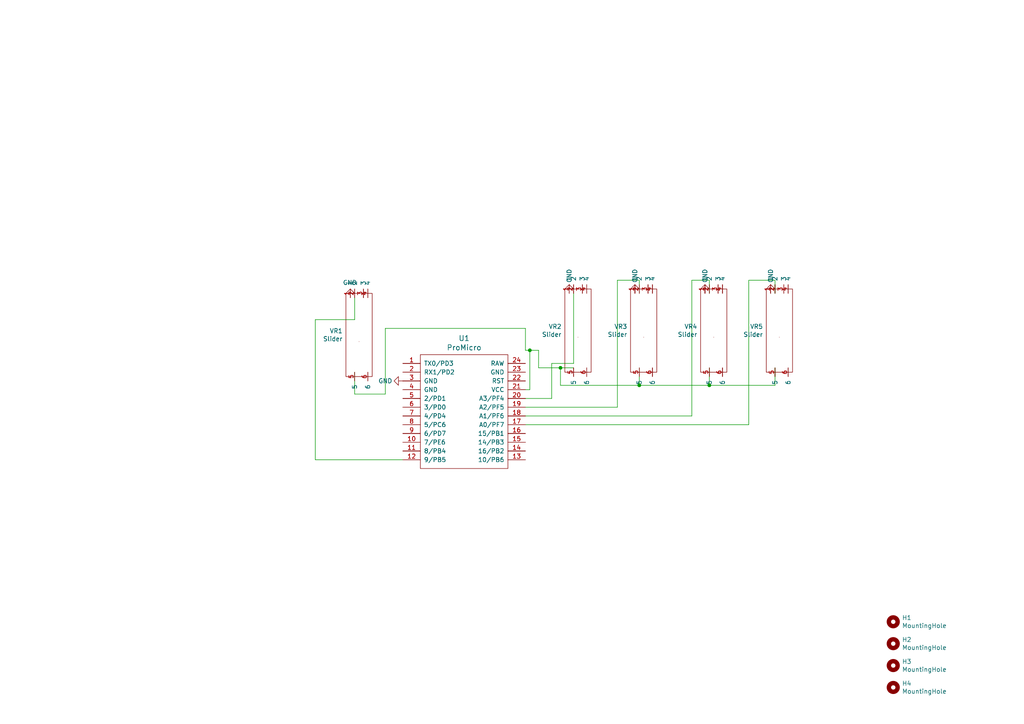
<source format=kicad_sch>
(kicad_sch (version 20230121) (generator eeschema)
  (paper "A4")
  (lib_symbols
    (symbol "Mechanical:MountingHole" (pin_names (offset 1.016))
      (property "Reference" "H" (at 0 5.08 0))
      (property "Value" "MountingHole" (at 0 3.175 0))
      (symbol "MountingHole_0_1"
        (circle (center 0 0) (radius 1.27) (stroke (width 1.27)))
      )
    )
    (symbol "latest Auro-deej-rescue:ProMicro-keebio" (pin_names (offset 1.016))
      (property "Reference" "U" (at 0 0 0))
      (property "Value" "keebio_ProMicro" (at 0 -19.05 0))
      (symbol "ProMicro-keebio_0_1"
        (rectangle (start -12.7 -16.51) (end 12.7 16.51))
      )
      (symbol "ProMicro-keebio_1_1"
        (pin input line (at -17.78 13.97 0) (length 5.08) (name "TX0/PD3") (number "1"))
        (pin input line (at -17.78 -8.89 0) (length 5.08) (name "7/PE6") (number "10"))
        (pin input line (at -17.78 -11.43 0) (length 5.08) (name "8/PB4") (number "11"))
        (pin input line (at -17.78 -13.97 0) (length 5.08) (name "9/PB5") (number "12"))
        (pin input line (at 17.78 -13.97 180) (length 5.08) (name "10/PB6") (number "13"))
        (pin input line (at 17.78 -11.43 180) (length 5.08) (name "16/PB2") (number "14"))
        (pin input line (at 17.78 -8.89 180) (length 5.08) (name "14/PB3") (number "15"))
        (pin input line (at 17.78 -6.35 180) (length 5.08) (name "15/PB1") (number "16"))
        (pin input line (at 17.78 -3.81 180) (length 5.08) (name "A0/PF7") (number "17"))
        (pin input line (at 17.78 -1.27 180) (length 5.08) (name "A1/PF6") (number "18"))
        (pin input line (at 17.78 1.27 180) (length 5.08) (name "A2/PF5") (number "19"))
        (pin input line (at -17.78 11.43 0) (length 5.08) (name "RX1/PD2") (number "2"))
        (pin input line (at 17.78 3.81 180) (length 5.08) (name "A3/PF4") (number "20"))
        (pin input line (at 17.78 6.35 180) (length 5.08) (name "VCC") (number "21"))
        (pin input line (at 17.78 8.89 180) (length 5.08) (name "RST") (number "22"))
        (pin input line (at 17.78 11.43 180) (length 5.08) (name "GND") (number "23"))
        (pin input line (at 17.78 13.97 180) (length 5.08) (name "RAW") (number "24"))
        (pin input line (at -17.78 8.89 0) (length 5.08) (name "GND") (number "3"))
        (pin input line (at -17.78 6.35 0) (length 5.08) (name "GND") (number "4"))
        (pin input line (at -17.78 3.81 0) (length 5.08) (name "2/PD1") (number "5"))
        (pin input line (at -17.78 1.27 0) (length 5.08) (name "3/PD0") (number "6"))
        (pin input line (at -17.78 -1.27 0) (length 5.08) (name "4/PD4") (number "7"))
        (pin input line (at -17.78 -3.81 0) (length 5.08) (name "5/PC6") (number "8"))
        (pin input line (at -17.78 -6.35 0) (length 5.08) (name "6/PD7") (number "9"))
      )
    )
    (symbol "power:GND" (power) (pin_names (offset 0))
      (property "Value" "GND" (at 0 -3.81 0))
      (symbol "GND_0_1"
        (polyline (pts (xy 0 0) (xy 0 -1.27) (xy 1.27 -1.27) (xy 0 -2.54) (xy -1.27 -1.27) (xy 0 -1.27)))
      )
      (symbol "GND_1_1"
        (pin power_in line (at 0 0 270) (length 0) hide (name "GND") (number "1"))
      )
    )
    (symbol "slider-deej:Slider" (pin_names (offset 1.016))
      (property "Reference" "VR" (at 5.08 -1.27 0))
      (property "Value" "Slider" (at -12.7 -7.62 0))
      (symbol "Slider_0_1"
        (rectangle (start 7.62 -1.27) (end 15.24 -25.4))
        (rectangle (start 11.43 -11.43) (end 11.43 -11.43))
      )
      (symbol "Slider_1_1"
        (pin input line (at 8.89 -24.13 270) (length 2.54) (name "1") (number "1"))
        (pin output line (at 10.16 -24.13 270) (length 2.54) (name "2") (number "2"))
        (pin input line (at 12.7 -24.13 270) (length 2.54) (name "3") (number "3"))
        (pin output line (at 13.97 -24.13 270) (length 2.54) (name "4") (number "4"))
        (pin input line (at 10.16 -2.54 90) (length 2.54) (name "5") (number "5"))
        (pin input line (at 13.97 -2.54 90) (length 2.54) (name "6") (number "6"))
      )
    )
  )
  (junction (at 185.42 111.76))
  (junction (at 153.67 101.6))
  (junction (at 162.56 106.68))
  (junction (at 205.74 111.76))
  (wire (pts (xy 102.87 92.71) (xy 91.44 92.71)))
  (wire (pts (xy 179.07 81.28) (xy 185.42 81.28)))
  (wire (pts (xy 217.17 81.28) (xy 224.79 81.28)))
  (wire (pts (xy 156.21 106.68) (xy 156.21 101.6)))
  (wire (pts (xy 111.76 114.3) (xy 111.76 95.25)))
  (wire (pts (xy 205.74 106.68) (xy 205.74 111.76)))
  (wire (pts (xy 200.66 81.28) (xy 205.74 81.28)))
  (wire (pts (xy 166.37 105.41) (xy 160.02 105.41)))
  (wire (pts (xy 166.37 106.68) (xy 162.56 106.68)))
  (wire (pts (xy 162.56 106.68) (xy 156.21 106.68)))
  (wire (pts (xy 162.56 111.76) (xy 162.56 106.68)))
  (wire (pts (xy 185.42 106.68) (xy 185.42 111.76)))
  (wire (pts (xy 205.74 81.28) (xy 205.74 85.09)))
  (wire (pts (xy 166.37 85.09) (xy 166.37 105.41)))
  (wire (pts (xy 152.4 123.19) (xy 217.17 123.19)))
  (wire (pts (xy 102.87 107.95) (xy 102.87 114.3)))
  (wire (pts (xy 91.44 92.71) (xy 91.44 133.35)))
  (wire (pts (xy 160.02 115.57) (xy 152.4 115.57)))
  (wire (pts (xy 111.76 95.25) (xy 152.4 95.25)))
  (wire (pts (xy 102.87 114.3) (xy 111.76 114.3)))
  (wire (pts (xy 102.87 86.36) (xy 102.87 92.71)))
  (wire (pts (xy 205.74 111.76) (xy 185.42 111.76)))
  (wire (pts (xy 217.17 123.19) (xy 217.17 81.28)))
  (wire (pts (xy 153.67 101.6) (xy 152.4 101.6)))
  (wire (pts (xy 152.4 118.11) (xy 179.07 118.11)))
  (wire (pts (xy 224.79 106.68) (xy 224.79 111.76)))
  (wire (pts (xy 179.07 118.11) (xy 179.07 81.28)))
  (wire (pts (xy 200.66 120.65) (xy 200.66 81.28)))
  (wire (pts (xy 224.79 81.28) (xy 224.79 85.09)))
  (wire (pts (xy 160.02 105.41) (xy 160.02 115.57)))
  (wire (pts (xy 185.42 111.76) (xy 162.56 111.76)))
  (wire (pts (xy 153.67 101.6) (xy 153.67 113.03)))
  (wire (pts (xy 224.79 111.76) (xy 205.74 111.76)))
  (wire (pts (xy 152.4 95.25) (xy 152.4 101.6)))
  (wire (pts (xy 156.21 101.6) (xy 153.67 101.6)))
  (wire (pts (xy 91.44 133.35) (xy 116.84 133.35)))
  (wire (pts (xy 152.4 113.03) (xy 153.67 113.03)))
  (wire (pts (xy 152.4 120.65) (xy 200.66 120.65)))
  (wire (pts (xy 185.42 81.28) (xy 185.42 85.09)))
  (symbol (lib_id "power:GND") (at 116.84 110.49 270) (unit 1)
    (property "Reference" "#PWR02" (effects hide))
    (property "Value" "GND" (at 111.76 110.49 90))
  )
  (symbol (lib_id "power:GND") (at 204.47 85.09 180) (unit 1)
    (property "Reference" "#PWR05" (effects hide))
    (property "Value" "GND" (at 204.47 80.01 90))
  )
  (symbol (lib_id "power:GND") (at 101.6 86.36 180) (unit 1)
    (property "Reference" "#PWR01" (effects hide))
    (property "Value" "GND" (at 101.473 81.9658 0))
  )
  (symbol (lib_id "slider-deej:Slider") (at 214.63 109.22 0) (mirror x) (unit 1)
    (property "Reference" "VR5" (at 221.3102 94.7166 0) (effects (justify right)))
    (property "Value" "Slider" (at 221.3102 97.028 0) (effects (justify right)))
    (property "Footprint" "Auro-deej:Fdeej-slider" (effects hide))
  )
  (symbol (lib_id "Mechanical:MountingHole") (at 259.08 186.69 0) (unit 1)
    (property "Reference" "H2" (at 261.62 185.5216 0) (effects (justify left)))
    (property "Value" "MountingHole" (at 261.62 187.833 0) (effects (justify left)))
    (property "Footprint" "MountingHole:MountingHole_4.3mm_M4_ISO7380" (effects hide))
  )
  (symbol (lib_id "power:GND") (at 184.15 85.09 180) (unit 1)
    (property "Reference" "#PWR04" (effects hide))
    (property "Value" "GND" (at 184.15 80.01 90))
  )
  (symbol (lib_id "power:GND") (at 223.52 85.09 180) (unit 1)
    (property "Reference" "#PWR06" (effects hide))
    (property "Value" "GND" (at 223.52 80.01 90))
  )
  (symbol (lib_id "power:GND") (at 165.1 85.09 180) (unit 1)
    (property "Reference" "#PWR03" (effects hide))
    (property "Value" "GND" (at 165.1 80.01 90))
  )
  (symbol (lib_id "Mechanical:MountingHole") (at 259.08 193.04 0) (unit 1)
    (property "Reference" "H3" (at 261.62 191.8716 0) (effects (justify left)))
    (property "Value" "MountingHole" (at 261.62 194.183 0) (effects (justify left)))
    (property "Footprint" "MountingHole:MountingHole_4.3mm_M4_ISO7380" (effects hide))
  )
  (symbol (lib_id "slider-deej:Slider") (at 156.21 109.22 0) (mirror x) (unit 1)
    (property "Reference" "VR2" (at 162.8902 94.7166 0) (effects (justify right)))
    (property "Value" "Slider" (at 162.8902 97.028 0) (effects (justify right)))
    (property "Footprint" "Auro-deej:Fdeej-slider" (effects hide))
  )
  (symbol (lib_id "slider-deej:Slider") (at 92.71 110.49 0) (mirror x) (unit 1)
    (property "Reference" "VR1" (at 99.3902 95.9866 0) (effects (justify right)))
    (property "Value" "Slider" (at 99.3902 98.298 0) (effects (justify right)))
    (property "Footprint" "Auro-deej:Fdeej-slider" (effects hide))
  )
  (symbol (lib_id "slider-deej:Slider") (at 175.26 109.22 0) (mirror x) (unit 1)
    (property "Reference" "VR3" (at 181.9402 94.7166 0) (effects (justify right)))
    (property "Value" "Slider" (at 181.9402 97.028 0) (effects (justify right)))
    (property "Footprint" "Auro-deej:Fdeej-slider" (effects hide))
  )
  (symbol (lib_id "latest Auro-deej-rescue:ProMicro-keebio") (at 134.62 119.38 0) (unit 1)
    (property "Reference" "U1" (at 134.62 98.1202 0) (effects (font (size 1.524 1.524))))
    (property "Value" "ProMicro" (at 134.62 100.8126 0) (effects (font (size 1.524 1.524))))
    (property "Footprint" "Keebio-Parts:ArduinoProMicro" (effects hide))
  )
  (symbol (lib_id "Mechanical:MountingHole") (at 259.08 199.39 0) (unit 1)
    (property "Reference" "H4" (at 261.62 198.2216 0) (effects (justify left)))
    (property "Value" "MountingHole" (at 261.62 200.533 0) (effects (justify left)))
    (property "Footprint" "MountingHole:MountingHole_4.3mm_M4_ISO7380" (effects hide))
  )
  (symbol (lib_id "Mechanical:MountingHole") (at 259.08 180.34 0) (unit 1)
    (property "Reference" "H1" (at 261.62 179.1716 0) (effects (justify left)))
    (property "Value" "MountingHole" (at 261.62 181.483 0) (effects (justify left)))
    (property "Footprint" "MountingHole:MountingHole_4.3mm_M4_ISO7380" (effects hide))
  )
  (symbol (lib_id "slider-deej:Slider") (at 195.58 109.22 0) (mirror x) (unit 1)
    (property "Reference" "VR4" (at 202.2602 94.7166 0) (effects (justify right)))
    (property "Value" "Slider" (at 202.2602 97.028 0) (effects (justify right)))
    (property "Footprint" "Auro-deej:Fdeej-slider" (effects hide))
  )
)
</source>
